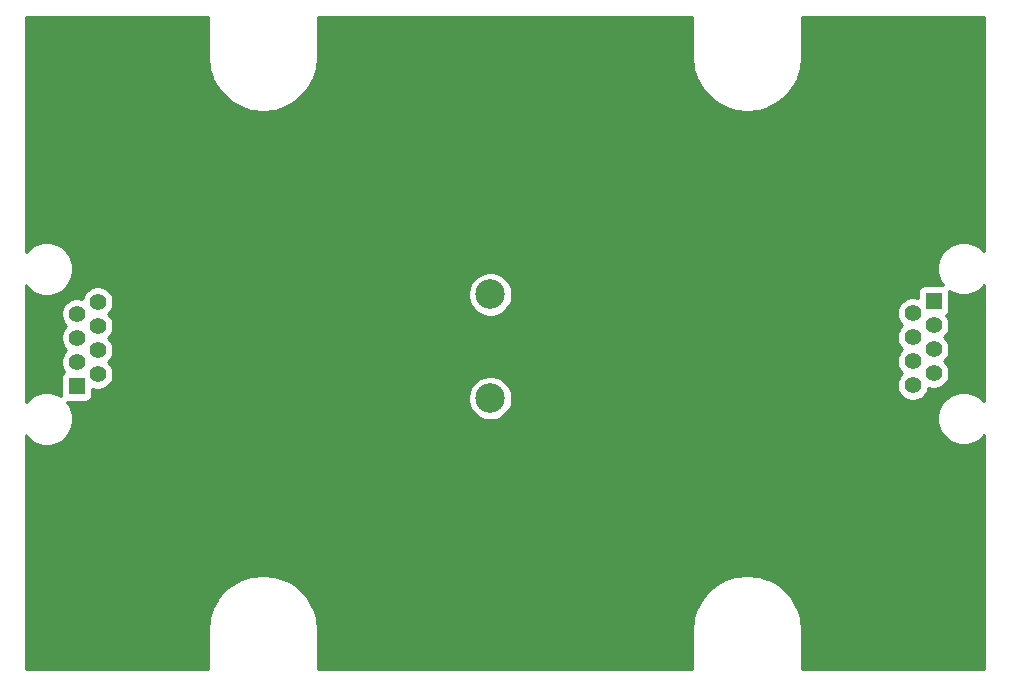
<source format=gbl>
G04 #@! TF.GenerationSoftware,KiCad,Pcbnew,5.1.5-1.fc31*
G04 #@! TF.CreationDate,2020-04-27T21:51:00+02:00*
G04 #@! TF.ProjectId,vdsl-surge-protection-copy,7664736c-2d73-4757-9267-652d70726f74,rev?*
G04 #@! TF.SameCoordinates,Original*
G04 #@! TF.FileFunction,Copper,L2,Bot*
G04 #@! TF.FilePolarity,Positive*
%FSLAX46Y46*%
G04 Gerber Fmt 4.6, Leading zero omitted, Abs format (unit mm)*
G04 Created by KiCad (PCBNEW 5.1.5-1.fc31) date 2020-04-27 21:51:00*
%MOMM*%
%LPD*%
G04 APERTURE LIST*
%ADD10C,1.398000*%
%ADD11C,2.355000*%
%ADD12R,1.398000X1.398000*%
%ADD13C,2.500000*%
%ADD14R,2.999740X2.999740*%
%ADD15C,2.999740*%
%ADD16C,0.800000*%
%ADD17C,7.400000*%
%ADD18C,0.600000*%
%ADD19C,0.250000*%
%ADD20C,0.254000*%
G04 APERTURE END LIST*
D10*
X51520000Y-91490000D03*
X49740000Y-92510000D03*
X51520000Y-93530000D03*
X49740000Y-94550000D03*
X51520000Y-95570000D03*
X49740000Y-96590000D03*
X51520000Y-97610000D03*
D11*
X50630000Y-103180000D03*
X50630000Y-86920000D03*
D12*
X49740000Y-98630000D03*
D10*
X120510000Y-98560000D03*
X122290000Y-97540000D03*
X120510000Y-96520000D03*
X122290000Y-95500000D03*
X120510000Y-94480000D03*
X122290000Y-93460000D03*
X120510000Y-92440000D03*
D11*
X121400000Y-86870000D03*
X121400000Y-103130000D03*
D12*
X122290000Y-91420000D03*
D13*
X84750000Y-95250000D03*
X84750000Y-90850000D03*
X84750000Y-99650000D03*
D14*
X120500000Y-73920000D03*
D15*
X120500000Y-79000000D03*
D16*
X60962221Y-107037779D03*
X59000000Y-106225000D03*
X57037779Y-107037779D03*
X56225000Y-109000000D03*
X57037779Y-110962221D03*
X59000000Y-111775000D03*
X60962221Y-110962221D03*
X61775000Y-109000000D03*
D17*
X59000000Y-109000000D03*
X113000000Y-81000000D03*
D16*
X115775000Y-81000000D03*
X114962221Y-82962221D03*
X113000000Y-83775000D03*
X111037779Y-82962221D03*
X110225000Y-81000000D03*
X111037779Y-79037779D03*
X113000000Y-78225000D03*
X114962221Y-79037779D03*
D17*
X59000000Y-81000000D03*
D16*
X61775000Y-81000000D03*
X60962221Y-82962221D03*
X59000000Y-83775000D03*
X57037779Y-82962221D03*
X56225000Y-81000000D03*
X57037779Y-79037779D03*
X59000000Y-78225000D03*
X60962221Y-79037779D03*
X114962221Y-107037779D03*
X113000000Y-106225000D03*
X111037779Y-107037779D03*
X110225000Y-109000000D03*
X111037779Y-110962221D03*
X113000000Y-111775000D03*
X114962221Y-110962221D03*
X115775000Y-109000000D03*
D17*
X113000000Y-109000000D03*
D16*
X93250000Y-95250000D03*
X93250000Y-94500000D03*
X93250000Y-96000000D03*
D18*
X71000000Y-109000000D02*
X84750000Y-95250000D01*
X59000000Y-109000000D02*
X71000000Y-109000000D01*
X93250000Y-95250000D02*
X84750000Y-95250000D01*
X106250000Y-109000000D02*
X93250000Y-96000000D01*
X113000000Y-109000000D02*
X106250000Y-109000000D01*
X99500000Y-94500000D02*
X113000000Y-81000000D01*
X93250000Y-94500000D02*
X99500000Y-94500000D01*
X115020000Y-78980000D02*
X113000000Y-81000000D01*
X120000000Y-78980000D02*
X115020000Y-78980000D01*
X120000000Y-78980000D02*
X120000000Y-73900000D01*
X59000000Y-109000000D02*
X59000000Y-81000000D01*
D19*
X53080000Y-86920000D02*
X59000000Y-81000000D01*
X50630000Y-86920000D02*
X53080000Y-86920000D01*
X53180000Y-103180000D02*
X59000000Y-109000000D01*
X50630000Y-103180000D02*
X53180000Y-103180000D01*
X118870000Y-103130000D02*
X113000000Y-109000000D01*
X121400000Y-103130000D02*
X118870000Y-103130000D01*
X114856155Y-82856155D02*
X113000000Y-81000000D01*
X121400000Y-86870000D02*
X117386155Y-82856155D01*
X117386155Y-82856155D02*
X114856155Y-82856155D01*
D20*
G36*
X60840001Y-70782419D02*
G01*
X60842988Y-70812744D01*
X60842813Y-70837743D01*
X60843713Y-70846914D01*
X60925315Y-71623302D01*
X60937338Y-71681871D01*
X60948551Y-71740657D01*
X60951215Y-71749479D01*
X61182063Y-72495229D01*
X61205238Y-72550359D01*
X61227652Y-72605838D01*
X61231979Y-72613974D01*
X61603282Y-73300684D01*
X61636727Y-73350268D01*
X61669487Y-73400331D01*
X61675311Y-73407472D01*
X62172924Y-74008983D01*
X62215376Y-74051140D01*
X62257223Y-74093873D01*
X62264318Y-74099741D01*
X62264324Y-74099747D01*
X62264331Y-74099751D01*
X62869294Y-74593148D01*
X62919087Y-74626230D01*
X62968476Y-74660048D01*
X62976583Y-74664430D01*
X63665867Y-75030930D01*
X63721182Y-75053729D01*
X63776154Y-75077290D01*
X63784957Y-75080015D01*
X64532302Y-75305652D01*
X64591011Y-75317277D01*
X64649494Y-75329708D01*
X64658657Y-75330671D01*
X64658659Y-75330671D01*
X65435596Y-75406850D01*
X65464418Y-75406850D01*
X65493077Y-75409964D01*
X65502293Y-75409996D01*
X65530217Y-75409899D01*
X65558905Y-75406985D01*
X65587743Y-75407187D01*
X65596914Y-75406287D01*
X66373302Y-75324685D01*
X66431871Y-75312662D01*
X66490657Y-75301449D01*
X66499479Y-75298785D01*
X67245229Y-75067937D01*
X67300359Y-75044762D01*
X67355838Y-75022348D01*
X67363974Y-75018021D01*
X68050684Y-74646718D01*
X68100268Y-74613273D01*
X68150331Y-74580513D01*
X68157472Y-74574689D01*
X68758983Y-74077076D01*
X68801140Y-74034624D01*
X68843873Y-73992777D01*
X68849741Y-73985682D01*
X68849747Y-73985676D01*
X68849751Y-73985669D01*
X69343148Y-73380706D01*
X69376230Y-73330913D01*
X69410048Y-73281524D01*
X69414430Y-73273417D01*
X69780930Y-72584133D01*
X69803729Y-72528818D01*
X69827290Y-72473846D01*
X69830015Y-72465043D01*
X70055652Y-71717698D01*
X70067277Y-71658989D01*
X70079708Y-71600506D01*
X70080671Y-71591341D01*
X70156850Y-70814404D01*
X70156850Y-70814402D01*
X70160000Y-70782419D01*
X70160000Y-67410000D01*
X101840000Y-67410000D01*
X101840001Y-70782419D01*
X101842988Y-70812744D01*
X101842813Y-70837743D01*
X101843713Y-70846914D01*
X101925315Y-71623302D01*
X101937338Y-71681871D01*
X101948551Y-71740657D01*
X101951215Y-71749479D01*
X102182063Y-72495229D01*
X102205238Y-72550359D01*
X102227652Y-72605838D01*
X102231979Y-72613974D01*
X102603282Y-73300684D01*
X102636727Y-73350268D01*
X102669487Y-73400331D01*
X102675311Y-73407472D01*
X103172924Y-74008983D01*
X103215376Y-74051140D01*
X103257223Y-74093873D01*
X103264318Y-74099741D01*
X103264324Y-74099747D01*
X103264331Y-74099751D01*
X103869294Y-74593148D01*
X103919087Y-74626230D01*
X103968476Y-74660048D01*
X103976583Y-74664430D01*
X104665867Y-75030930D01*
X104721182Y-75053729D01*
X104776154Y-75077290D01*
X104784957Y-75080015D01*
X105532302Y-75305652D01*
X105591011Y-75317277D01*
X105649494Y-75329708D01*
X105658657Y-75330671D01*
X105658659Y-75330671D01*
X106435596Y-75406850D01*
X106464418Y-75406850D01*
X106493077Y-75409964D01*
X106502293Y-75409996D01*
X106530217Y-75409899D01*
X106558905Y-75406985D01*
X106587743Y-75407187D01*
X106596914Y-75406287D01*
X107373302Y-75324685D01*
X107431871Y-75312662D01*
X107490657Y-75301449D01*
X107499479Y-75298785D01*
X108245229Y-75067937D01*
X108300359Y-75044762D01*
X108355838Y-75022348D01*
X108363974Y-75018021D01*
X109050684Y-74646718D01*
X109100268Y-74613273D01*
X109150331Y-74580513D01*
X109157472Y-74574689D01*
X109758983Y-74077076D01*
X109801140Y-74034624D01*
X109843873Y-73992777D01*
X109849741Y-73985682D01*
X109849747Y-73985676D01*
X109849751Y-73985669D01*
X110343148Y-73380706D01*
X110376230Y-73330913D01*
X110410048Y-73281524D01*
X110414430Y-73273417D01*
X110780930Y-72584133D01*
X110803729Y-72528818D01*
X110827290Y-72473846D01*
X110830015Y-72465043D01*
X111055652Y-71717698D01*
X111067277Y-71658989D01*
X111079708Y-71600506D01*
X111080671Y-71591341D01*
X111156850Y-70814404D01*
X111156850Y-70814402D01*
X111160000Y-70782419D01*
X111160000Y-67410000D01*
X126590000Y-67410000D01*
X126590000Y-87216135D01*
X126585456Y-87209334D01*
X126270666Y-86894544D01*
X125900511Y-86647214D01*
X125489218Y-86476851D01*
X125052591Y-86390000D01*
X124607409Y-86390000D01*
X124170782Y-86476851D01*
X123759489Y-86647214D01*
X123389334Y-86894544D01*
X123074544Y-87209334D01*
X122827214Y-87579489D01*
X122656851Y-87990782D01*
X122570000Y-88427409D01*
X122570000Y-88872591D01*
X122656851Y-89309218D01*
X122827214Y-89720511D01*
X123074544Y-90090666D01*
X123075306Y-90091428D01*
X122989000Y-90082928D01*
X121591000Y-90082928D01*
X121466518Y-90095188D01*
X121346820Y-90131498D01*
X121236506Y-90190463D01*
X121139815Y-90269815D01*
X121060463Y-90366506D01*
X121001498Y-90476820D01*
X120965188Y-90596518D01*
X120952928Y-90721000D01*
X120952928Y-91179555D01*
X120899114Y-91157265D01*
X120641388Y-91106000D01*
X120378612Y-91106000D01*
X120120886Y-91157265D01*
X119878114Y-91257824D01*
X119659624Y-91403814D01*
X119473814Y-91589624D01*
X119327824Y-91808114D01*
X119227265Y-92050886D01*
X119176000Y-92308612D01*
X119176000Y-92571388D01*
X119227265Y-92829114D01*
X119327824Y-93071886D01*
X119473814Y-93290376D01*
X119643438Y-93460000D01*
X119473814Y-93629624D01*
X119327824Y-93848114D01*
X119227265Y-94090886D01*
X119176000Y-94348612D01*
X119176000Y-94611388D01*
X119227265Y-94869114D01*
X119327824Y-95111886D01*
X119473814Y-95330376D01*
X119643438Y-95500000D01*
X119473814Y-95669624D01*
X119327824Y-95888114D01*
X119227265Y-96130886D01*
X119176000Y-96388612D01*
X119176000Y-96651388D01*
X119227265Y-96909114D01*
X119327824Y-97151886D01*
X119473814Y-97370376D01*
X119643438Y-97540000D01*
X119473814Y-97709624D01*
X119327824Y-97928114D01*
X119227265Y-98170886D01*
X119176000Y-98428612D01*
X119176000Y-98691388D01*
X119227265Y-98949114D01*
X119327824Y-99191886D01*
X119473814Y-99410376D01*
X119659624Y-99596186D01*
X119878114Y-99742176D01*
X120120886Y-99842735D01*
X120378612Y-99894000D01*
X120641388Y-99894000D01*
X120899114Y-99842735D01*
X121141886Y-99742176D01*
X121360376Y-99596186D01*
X121546186Y-99410376D01*
X121692176Y-99191886D01*
X121792735Y-98949114D01*
X121824192Y-98790968D01*
X121900886Y-98822735D01*
X122158612Y-98874000D01*
X122421388Y-98874000D01*
X122679114Y-98822735D01*
X122921886Y-98722176D01*
X123140376Y-98576186D01*
X123326186Y-98390376D01*
X123472176Y-98171886D01*
X123572735Y-97929114D01*
X123624000Y-97671388D01*
X123624000Y-97408612D01*
X123572735Y-97150886D01*
X123472176Y-96908114D01*
X123326186Y-96689624D01*
X123156562Y-96520000D01*
X123326186Y-96350376D01*
X123472176Y-96131886D01*
X123572735Y-95889114D01*
X123624000Y-95631388D01*
X123624000Y-95368612D01*
X123572735Y-95110886D01*
X123472176Y-94868114D01*
X123326186Y-94649624D01*
X123156562Y-94480000D01*
X123326186Y-94310376D01*
X123472176Y-94091886D01*
X123572735Y-93849114D01*
X123624000Y-93591388D01*
X123624000Y-93328612D01*
X123572735Y-93070886D01*
X123472176Y-92828114D01*
X123349540Y-92644575D01*
X123440185Y-92570185D01*
X123519537Y-92473494D01*
X123578502Y-92363180D01*
X123614812Y-92243482D01*
X123627072Y-92119000D01*
X123627072Y-90721000D01*
X123614812Y-90596518D01*
X123599440Y-90545845D01*
X123759489Y-90652786D01*
X124170782Y-90823149D01*
X124607409Y-90910000D01*
X125052591Y-90910000D01*
X125489218Y-90823149D01*
X125900511Y-90652786D01*
X126270666Y-90405456D01*
X126585456Y-90090666D01*
X126590000Y-90083865D01*
X126590001Y-99916135D01*
X126585456Y-99909334D01*
X126270666Y-99594544D01*
X125900511Y-99347214D01*
X125489218Y-99176851D01*
X125052591Y-99090000D01*
X124607409Y-99090000D01*
X124170782Y-99176851D01*
X123759489Y-99347214D01*
X123389334Y-99594544D01*
X123074544Y-99909334D01*
X122827214Y-100279489D01*
X122656851Y-100690782D01*
X122570000Y-101127409D01*
X122570000Y-101572591D01*
X122656851Y-102009218D01*
X122827214Y-102420511D01*
X123074544Y-102790666D01*
X123389334Y-103105456D01*
X123759489Y-103352786D01*
X124170782Y-103523149D01*
X124607409Y-103610000D01*
X125052591Y-103610000D01*
X125489218Y-103523149D01*
X125900511Y-103352786D01*
X126270666Y-103105456D01*
X126585456Y-102790666D01*
X126590001Y-102783864D01*
X126590001Y-122590000D01*
X111160000Y-122590000D01*
X111160000Y-119217581D01*
X111157012Y-119187247D01*
X111157187Y-119162257D01*
X111156287Y-119153086D01*
X111074685Y-118376699D01*
X111062658Y-118318106D01*
X111051448Y-118259342D01*
X111048785Y-118250520D01*
X110817937Y-117504771D01*
X110794749Y-117449608D01*
X110772347Y-117394162D01*
X110768021Y-117386026D01*
X110396718Y-116699316D01*
X110363279Y-116649741D01*
X110330514Y-116599670D01*
X110324689Y-116592529D01*
X109827076Y-115991017D01*
X109784621Y-115948858D01*
X109742776Y-115906127D01*
X109735676Y-115900253D01*
X109130705Y-115406852D01*
X109080904Y-115373764D01*
X109031524Y-115339953D01*
X109023418Y-115335570D01*
X108334133Y-114969071D01*
X108278839Y-114946280D01*
X108223846Y-114922710D01*
X108215043Y-114919985D01*
X107467698Y-114694348D01*
X107408995Y-114682725D01*
X107350506Y-114670292D01*
X107341342Y-114669329D01*
X106564404Y-114593150D01*
X106535582Y-114593150D01*
X106506922Y-114590036D01*
X106497707Y-114590004D01*
X106469782Y-114590101D01*
X106441095Y-114593014D01*
X106412257Y-114592813D01*
X106403086Y-114593713D01*
X105626699Y-114675315D01*
X105568106Y-114687342D01*
X105509342Y-114698552D01*
X105500520Y-114701215D01*
X104754771Y-114932063D01*
X104699608Y-114955251D01*
X104644162Y-114977653D01*
X104636026Y-114981979D01*
X103949316Y-115353282D01*
X103899741Y-115386721D01*
X103849670Y-115419486D01*
X103842529Y-115425311D01*
X103241017Y-115922924D01*
X103198863Y-115965374D01*
X103156127Y-116007224D01*
X103150253Y-116014324D01*
X102656852Y-116619295D01*
X102623764Y-116669096D01*
X102589953Y-116718476D01*
X102585570Y-116726582D01*
X102219071Y-117415867D01*
X102196280Y-117471161D01*
X102172710Y-117526154D01*
X102169985Y-117534957D01*
X101944348Y-118282302D01*
X101932725Y-118341005D01*
X101920292Y-118399494D01*
X101919329Y-118408658D01*
X101843150Y-119185596D01*
X101843150Y-119185608D01*
X101840001Y-119217581D01*
X101840000Y-122590000D01*
X70160000Y-122590000D01*
X70160000Y-119217581D01*
X70157012Y-119187247D01*
X70157187Y-119162257D01*
X70156287Y-119153086D01*
X70074685Y-118376699D01*
X70062658Y-118318106D01*
X70051448Y-118259342D01*
X70048785Y-118250520D01*
X69817937Y-117504771D01*
X69794749Y-117449608D01*
X69772347Y-117394162D01*
X69768021Y-117386026D01*
X69396718Y-116699316D01*
X69363279Y-116649741D01*
X69330514Y-116599670D01*
X69324689Y-116592529D01*
X68827076Y-115991017D01*
X68784621Y-115948858D01*
X68742776Y-115906127D01*
X68735676Y-115900253D01*
X68130705Y-115406852D01*
X68080904Y-115373764D01*
X68031524Y-115339953D01*
X68023418Y-115335570D01*
X67334133Y-114969071D01*
X67278839Y-114946280D01*
X67223846Y-114922710D01*
X67215043Y-114919985D01*
X66467698Y-114694348D01*
X66408995Y-114682725D01*
X66350506Y-114670292D01*
X66341342Y-114669329D01*
X65564404Y-114593150D01*
X65535582Y-114593150D01*
X65506922Y-114590036D01*
X65497707Y-114590004D01*
X65469782Y-114590101D01*
X65441095Y-114593014D01*
X65412257Y-114592813D01*
X65403086Y-114593713D01*
X64626699Y-114675315D01*
X64568106Y-114687342D01*
X64509342Y-114698552D01*
X64500520Y-114701215D01*
X63754771Y-114932063D01*
X63699608Y-114955251D01*
X63644162Y-114977653D01*
X63636026Y-114981979D01*
X62949316Y-115353282D01*
X62899741Y-115386721D01*
X62849670Y-115419486D01*
X62842529Y-115425311D01*
X62241017Y-115922924D01*
X62198863Y-115965374D01*
X62156127Y-116007224D01*
X62150253Y-116014324D01*
X61656852Y-116619295D01*
X61623764Y-116669096D01*
X61589953Y-116718476D01*
X61585570Y-116726582D01*
X61219071Y-117415867D01*
X61196280Y-117471161D01*
X61172710Y-117526154D01*
X61169985Y-117534957D01*
X60944348Y-118282302D01*
X60932725Y-118341005D01*
X60920292Y-118399494D01*
X60919329Y-118408658D01*
X60843150Y-119185596D01*
X60843150Y-119185608D01*
X60840001Y-119217581D01*
X60840000Y-122590000D01*
X45410000Y-122590000D01*
X45410000Y-102788967D01*
X45444544Y-102840666D01*
X45759334Y-103155456D01*
X46129489Y-103402786D01*
X46540782Y-103573149D01*
X46977409Y-103660000D01*
X47422591Y-103660000D01*
X47859218Y-103573149D01*
X48270511Y-103402786D01*
X48640666Y-103155456D01*
X48955456Y-102840666D01*
X49202786Y-102470511D01*
X49373149Y-102059218D01*
X49460000Y-101622591D01*
X49460000Y-101177409D01*
X49373149Y-100740782D01*
X49202786Y-100329489D01*
X48955456Y-99959334D01*
X48954694Y-99958572D01*
X49041000Y-99967072D01*
X50439000Y-99967072D01*
X50563482Y-99954812D01*
X50683180Y-99918502D01*
X50793494Y-99859537D01*
X50890185Y-99780185D01*
X50969537Y-99683494D01*
X51028502Y-99573180D01*
X51061517Y-99464344D01*
X82865000Y-99464344D01*
X82865000Y-99835656D01*
X82937439Y-100199834D01*
X83079534Y-100542882D01*
X83285825Y-100851618D01*
X83548382Y-101114175D01*
X83857118Y-101320466D01*
X84200166Y-101462561D01*
X84564344Y-101535000D01*
X84935656Y-101535000D01*
X85299834Y-101462561D01*
X85642882Y-101320466D01*
X85951618Y-101114175D01*
X86214175Y-100851618D01*
X86420466Y-100542882D01*
X86562561Y-100199834D01*
X86635000Y-99835656D01*
X86635000Y-99464344D01*
X86562561Y-99100166D01*
X86420466Y-98757118D01*
X86214175Y-98448382D01*
X85951618Y-98185825D01*
X85642882Y-97979534D01*
X85299834Y-97837439D01*
X84935656Y-97765000D01*
X84564344Y-97765000D01*
X84200166Y-97837439D01*
X83857118Y-97979534D01*
X83548382Y-98185825D01*
X83285825Y-98448382D01*
X83079534Y-98757118D01*
X82937439Y-99100166D01*
X82865000Y-99464344D01*
X51061517Y-99464344D01*
X51064812Y-99453482D01*
X51077072Y-99329000D01*
X51077072Y-98870445D01*
X51130886Y-98892735D01*
X51388612Y-98944000D01*
X51651388Y-98944000D01*
X51909114Y-98892735D01*
X52151886Y-98792176D01*
X52370376Y-98646186D01*
X52556186Y-98460376D01*
X52702176Y-98241886D01*
X52802735Y-97999114D01*
X52854000Y-97741388D01*
X52854000Y-97478612D01*
X52802735Y-97220886D01*
X52702176Y-96978114D01*
X52556186Y-96759624D01*
X52386562Y-96590000D01*
X52556186Y-96420376D01*
X52702176Y-96201886D01*
X52802735Y-95959114D01*
X52854000Y-95701388D01*
X52854000Y-95438612D01*
X52802735Y-95180886D01*
X52702176Y-94938114D01*
X52556186Y-94719624D01*
X52386562Y-94550000D01*
X52556186Y-94380376D01*
X52702176Y-94161886D01*
X52802735Y-93919114D01*
X52854000Y-93661388D01*
X52854000Y-93398612D01*
X52802735Y-93140886D01*
X52702176Y-92898114D01*
X52556186Y-92679624D01*
X52386562Y-92510000D01*
X52556186Y-92340376D01*
X52702176Y-92121886D01*
X52802735Y-91879114D01*
X52854000Y-91621388D01*
X52854000Y-91358612D01*
X52802735Y-91100886D01*
X52702176Y-90858114D01*
X52572704Y-90664344D01*
X82865000Y-90664344D01*
X82865000Y-91035656D01*
X82937439Y-91399834D01*
X83079534Y-91742882D01*
X83285825Y-92051618D01*
X83548382Y-92314175D01*
X83857118Y-92520466D01*
X84200166Y-92662561D01*
X84564344Y-92735000D01*
X84935656Y-92735000D01*
X85299834Y-92662561D01*
X85642882Y-92520466D01*
X85951618Y-92314175D01*
X86214175Y-92051618D01*
X86420466Y-91742882D01*
X86562561Y-91399834D01*
X86635000Y-91035656D01*
X86635000Y-90664344D01*
X86562561Y-90300166D01*
X86420466Y-89957118D01*
X86214175Y-89648382D01*
X85951618Y-89385825D01*
X85642882Y-89179534D01*
X85299834Y-89037439D01*
X84935656Y-88965000D01*
X84564344Y-88965000D01*
X84200166Y-89037439D01*
X83857118Y-89179534D01*
X83548382Y-89385825D01*
X83285825Y-89648382D01*
X83079534Y-89957118D01*
X82937439Y-90300166D01*
X82865000Y-90664344D01*
X52572704Y-90664344D01*
X52556186Y-90639624D01*
X52370376Y-90453814D01*
X52151886Y-90307824D01*
X51909114Y-90207265D01*
X51651388Y-90156000D01*
X51388612Y-90156000D01*
X51130886Y-90207265D01*
X50888114Y-90307824D01*
X50669624Y-90453814D01*
X50483814Y-90639624D01*
X50337824Y-90858114D01*
X50237265Y-91100886D01*
X50205808Y-91259032D01*
X50129114Y-91227265D01*
X49871388Y-91176000D01*
X49608612Y-91176000D01*
X49350886Y-91227265D01*
X49108114Y-91327824D01*
X48889624Y-91473814D01*
X48703814Y-91659624D01*
X48557824Y-91878114D01*
X48457265Y-92120886D01*
X48406000Y-92378612D01*
X48406000Y-92641388D01*
X48457265Y-92899114D01*
X48557824Y-93141886D01*
X48703814Y-93360376D01*
X48873438Y-93530000D01*
X48703814Y-93699624D01*
X48557824Y-93918114D01*
X48457265Y-94160886D01*
X48406000Y-94418612D01*
X48406000Y-94681388D01*
X48457265Y-94939114D01*
X48557824Y-95181886D01*
X48703814Y-95400376D01*
X48873438Y-95570000D01*
X48703814Y-95739624D01*
X48557824Y-95958114D01*
X48457265Y-96200886D01*
X48406000Y-96458612D01*
X48406000Y-96721388D01*
X48457265Y-96979114D01*
X48557824Y-97221886D01*
X48680460Y-97405425D01*
X48589815Y-97479815D01*
X48510463Y-97576506D01*
X48451498Y-97686820D01*
X48415188Y-97806518D01*
X48402928Y-97931000D01*
X48402928Y-99329000D01*
X48415188Y-99453482D01*
X48430560Y-99504155D01*
X48270511Y-99397214D01*
X47859218Y-99226851D01*
X47422591Y-99140000D01*
X46977409Y-99140000D01*
X46540782Y-99226851D01*
X46129489Y-99397214D01*
X45759334Y-99644544D01*
X45444544Y-99959334D01*
X45410000Y-100011033D01*
X45410000Y-90088967D01*
X45444544Y-90140666D01*
X45759334Y-90455456D01*
X46129489Y-90702786D01*
X46540782Y-90873149D01*
X46977409Y-90960000D01*
X47422591Y-90960000D01*
X47859218Y-90873149D01*
X48270511Y-90702786D01*
X48640666Y-90455456D01*
X48955456Y-90140666D01*
X49202786Y-89770511D01*
X49373149Y-89359218D01*
X49460000Y-88922591D01*
X49460000Y-88477409D01*
X49373149Y-88040782D01*
X49202786Y-87629489D01*
X48955456Y-87259334D01*
X48640666Y-86944544D01*
X48270511Y-86697214D01*
X47859218Y-86526851D01*
X47422591Y-86440000D01*
X46977409Y-86440000D01*
X46540782Y-86526851D01*
X46129489Y-86697214D01*
X45759334Y-86944544D01*
X45444544Y-87259334D01*
X45410000Y-87311033D01*
X45410000Y-67410000D01*
X60840000Y-67410000D01*
X60840001Y-70782419D01*
G37*
X60840001Y-70782419D02*
X60842988Y-70812744D01*
X60842813Y-70837743D01*
X60843713Y-70846914D01*
X60925315Y-71623302D01*
X60937338Y-71681871D01*
X60948551Y-71740657D01*
X60951215Y-71749479D01*
X61182063Y-72495229D01*
X61205238Y-72550359D01*
X61227652Y-72605838D01*
X61231979Y-72613974D01*
X61603282Y-73300684D01*
X61636727Y-73350268D01*
X61669487Y-73400331D01*
X61675311Y-73407472D01*
X62172924Y-74008983D01*
X62215376Y-74051140D01*
X62257223Y-74093873D01*
X62264318Y-74099741D01*
X62264324Y-74099747D01*
X62264331Y-74099751D01*
X62869294Y-74593148D01*
X62919087Y-74626230D01*
X62968476Y-74660048D01*
X62976583Y-74664430D01*
X63665867Y-75030930D01*
X63721182Y-75053729D01*
X63776154Y-75077290D01*
X63784957Y-75080015D01*
X64532302Y-75305652D01*
X64591011Y-75317277D01*
X64649494Y-75329708D01*
X64658657Y-75330671D01*
X64658659Y-75330671D01*
X65435596Y-75406850D01*
X65464418Y-75406850D01*
X65493077Y-75409964D01*
X65502293Y-75409996D01*
X65530217Y-75409899D01*
X65558905Y-75406985D01*
X65587743Y-75407187D01*
X65596914Y-75406287D01*
X66373302Y-75324685D01*
X66431871Y-75312662D01*
X66490657Y-75301449D01*
X66499479Y-75298785D01*
X67245229Y-75067937D01*
X67300359Y-75044762D01*
X67355838Y-75022348D01*
X67363974Y-75018021D01*
X68050684Y-74646718D01*
X68100268Y-74613273D01*
X68150331Y-74580513D01*
X68157472Y-74574689D01*
X68758983Y-74077076D01*
X68801140Y-74034624D01*
X68843873Y-73992777D01*
X68849741Y-73985682D01*
X68849747Y-73985676D01*
X68849751Y-73985669D01*
X69343148Y-73380706D01*
X69376230Y-73330913D01*
X69410048Y-73281524D01*
X69414430Y-73273417D01*
X69780930Y-72584133D01*
X69803729Y-72528818D01*
X69827290Y-72473846D01*
X69830015Y-72465043D01*
X70055652Y-71717698D01*
X70067277Y-71658989D01*
X70079708Y-71600506D01*
X70080671Y-71591341D01*
X70156850Y-70814404D01*
X70156850Y-70814402D01*
X70160000Y-70782419D01*
X70160000Y-67410000D01*
X101840000Y-67410000D01*
X101840001Y-70782419D01*
X101842988Y-70812744D01*
X101842813Y-70837743D01*
X101843713Y-70846914D01*
X101925315Y-71623302D01*
X101937338Y-71681871D01*
X101948551Y-71740657D01*
X101951215Y-71749479D01*
X102182063Y-72495229D01*
X102205238Y-72550359D01*
X102227652Y-72605838D01*
X102231979Y-72613974D01*
X102603282Y-73300684D01*
X102636727Y-73350268D01*
X102669487Y-73400331D01*
X102675311Y-73407472D01*
X103172924Y-74008983D01*
X103215376Y-74051140D01*
X103257223Y-74093873D01*
X103264318Y-74099741D01*
X103264324Y-74099747D01*
X103264331Y-74099751D01*
X103869294Y-74593148D01*
X103919087Y-74626230D01*
X103968476Y-74660048D01*
X103976583Y-74664430D01*
X104665867Y-75030930D01*
X104721182Y-75053729D01*
X104776154Y-75077290D01*
X104784957Y-75080015D01*
X105532302Y-75305652D01*
X105591011Y-75317277D01*
X105649494Y-75329708D01*
X105658657Y-75330671D01*
X105658659Y-75330671D01*
X106435596Y-75406850D01*
X106464418Y-75406850D01*
X106493077Y-75409964D01*
X106502293Y-75409996D01*
X106530217Y-75409899D01*
X106558905Y-75406985D01*
X106587743Y-75407187D01*
X106596914Y-75406287D01*
X107373302Y-75324685D01*
X107431871Y-75312662D01*
X107490657Y-75301449D01*
X107499479Y-75298785D01*
X108245229Y-75067937D01*
X108300359Y-75044762D01*
X108355838Y-75022348D01*
X108363974Y-75018021D01*
X109050684Y-74646718D01*
X109100268Y-74613273D01*
X109150331Y-74580513D01*
X109157472Y-74574689D01*
X109758983Y-74077076D01*
X109801140Y-74034624D01*
X109843873Y-73992777D01*
X109849741Y-73985682D01*
X109849747Y-73985676D01*
X109849751Y-73985669D01*
X110343148Y-73380706D01*
X110376230Y-73330913D01*
X110410048Y-73281524D01*
X110414430Y-73273417D01*
X110780930Y-72584133D01*
X110803729Y-72528818D01*
X110827290Y-72473846D01*
X110830015Y-72465043D01*
X111055652Y-71717698D01*
X111067277Y-71658989D01*
X111079708Y-71600506D01*
X111080671Y-71591341D01*
X111156850Y-70814404D01*
X111156850Y-70814402D01*
X111160000Y-70782419D01*
X111160000Y-67410000D01*
X126590000Y-67410000D01*
X126590000Y-87216135D01*
X126585456Y-87209334D01*
X126270666Y-86894544D01*
X125900511Y-86647214D01*
X125489218Y-86476851D01*
X125052591Y-86390000D01*
X124607409Y-86390000D01*
X124170782Y-86476851D01*
X123759489Y-86647214D01*
X123389334Y-86894544D01*
X123074544Y-87209334D01*
X122827214Y-87579489D01*
X122656851Y-87990782D01*
X122570000Y-88427409D01*
X122570000Y-88872591D01*
X122656851Y-89309218D01*
X122827214Y-89720511D01*
X123074544Y-90090666D01*
X123075306Y-90091428D01*
X122989000Y-90082928D01*
X121591000Y-90082928D01*
X121466518Y-90095188D01*
X121346820Y-90131498D01*
X121236506Y-90190463D01*
X121139815Y-90269815D01*
X121060463Y-90366506D01*
X121001498Y-90476820D01*
X120965188Y-90596518D01*
X120952928Y-90721000D01*
X120952928Y-91179555D01*
X120899114Y-91157265D01*
X120641388Y-91106000D01*
X120378612Y-91106000D01*
X120120886Y-91157265D01*
X119878114Y-91257824D01*
X119659624Y-91403814D01*
X119473814Y-91589624D01*
X119327824Y-91808114D01*
X119227265Y-92050886D01*
X119176000Y-92308612D01*
X119176000Y-92571388D01*
X119227265Y-92829114D01*
X119327824Y-93071886D01*
X119473814Y-93290376D01*
X119643438Y-93460000D01*
X119473814Y-93629624D01*
X119327824Y-93848114D01*
X119227265Y-94090886D01*
X119176000Y-94348612D01*
X119176000Y-94611388D01*
X119227265Y-94869114D01*
X119327824Y-95111886D01*
X119473814Y-95330376D01*
X119643438Y-95500000D01*
X119473814Y-95669624D01*
X119327824Y-95888114D01*
X119227265Y-96130886D01*
X119176000Y-96388612D01*
X119176000Y-96651388D01*
X119227265Y-96909114D01*
X119327824Y-97151886D01*
X119473814Y-97370376D01*
X119643438Y-97540000D01*
X119473814Y-97709624D01*
X119327824Y-97928114D01*
X119227265Y-98170886D01*
X119176000Y-98428612D01*
X119176000Y-98691388D01*
X119227265Y-98949114D01*
X119327824Y-99191886D01*
X119473814Y-99410376D01*
X119659624Y-99596186D01*
X119878114Y-99742176D01*
X120120886Y-99842735D01*
X120378612Y-99894000D01*
X120641388Y-99894000D01*
X120899114Y-99842735D01*
X121141886Y-99742176D01*
X121360376Y-99596186D01*
X121546186Y-99410376D01*
X121692176Y-99191886D01*
X121792735Y-98949114D01*
X121824192Y-98790968D01*
X121900886Y-98822735D01*
X122158612Y-98874000D01*
X122421388Y-98874000D01*
X122679114Y-98822735D01*
X122921886Y-98722176D01*
X123140376Y-98576186D01*
X123326186Y-98390376D01*
X123472176Y-98171886D01*
X123572735Y-97929114D01*
X123624000Y-97671388D01*
X123624000Y-97408612D01*
X123572735Y-97150886D01*
X123472176Y-96908114D01*
X123326186Y-96689624D01*
X123156562Y-96520000D01*
X123326186Y-96350376D01*
X123472176Y-96131886D01*
X123572735Y-95889114D01*
X123624000Y-95631388D01*
X123624000Y-95368612D01*
X123572735Y-95110886D01*
X123472176Y-94868114D01*
X123326186Y-94649624D01*
X123156562Y-94480000D01*
X123326186Y-94310376D01*
X123472176Y-94091886D01*
X123572735Y-93849114D01*
X123624000Y-93591388D01*
X123624000Y-93328612D01*
X123572735Y-93070886D01*
X123472176Y-92828114D01*
X123349540Y-92644575D01*
X123440185Y-92570185D01*
X123519537Y-92473494D01*
X123578502Y-92363180D01*
X123614812Y-92243482D01*
X123627072Y-92119000D01*
X123627072Y-90721000D01*
X123614812Y-90596518D01*
X123599440Y-90545845D01*
X123759489Y-90652786D01*
X124170782Y-90823149D01*
X124607409Y-90910000D01*
X125052591Y-90910000D01*
X125489218Y-90823149D01*
X125900511Y-90652786D01*
X126270666Y-90405456D01*
X126585456Y-90090666D01*
X126590000Y-90083865D01*
X126590001Y-99916135D01*
X126585456Y-99909334D01*
X126270666Y-99594544D01*
X125900511Y-99347214D01*
X125489218Y-99176851D01*
X125052591Y-99090000D01*
X124607409Y-99090000D01*
X124170782Y-99176851D01*
X123759489Y-99347214D01*
X123389334Y-99594544D01*
X123074544Y-99909334D01*
X122827214Y-100279489D01*
X122656851Y-100690782D01*
X122570000Y-101127409D01*
X122570000Y-101572591D01*
X122656851Y-102009218D01*
X122827214Y-102420511D01*
X123074544Y-102790666D01*
X123389334Y-103105456D01*
X123759489Y-103352786D01*
X124170782Y-103523149D01*
X124607409Y-103610000D01*
X125052591Y-103610000D01*
X125489218Y-103523149D01*
X125900511Y-103352786D01*
X126270666Y-103105456D01*
X126585456Y-102790666D01*
X126590001Y-102783864D01*
X126590001Y-122590000D01*
X111160000Y-122590000D01*
X111160000Y-119217581D01*
X111157012Y-119187247D01*
X111157187Y-119162257D01*
X111156287Y-119153086D01*
X111074685Y-118376699D01*
X111062658Y-118318106D01*
X111051448Y-118259342D01*
X111048785Y-118250520D01*
X110817937Y-117504771D01*
X110794749Y-117449608D01*
X110772347Y-117394162D01*
X110768021Y-117386026D01*
X110396718Y-116699316D01*
X110363279Y-116649741D01*
X110330514Y-116599670D01*
X110324689Y-116592529D01*
X109827076Y-115991017D01*
X109784621Y-115948858D01*
X109742776Y-115906127D01*
X109735676Y-115900253D01*
X109130705Y-115406852D01*
X109080904Y-115373764D01*
X109031524Y-115339953D01*
X109023418Y-115335570D01*
X108334133Y-114969071D01*
X108278839Y-114946280D01*
X108223846Y-114922710D01*
X108215043Y-114919985D01*
X107467698Y-114694348D01*
X107408995Y-114682725D01*
X107350506Y-114670292D01*
X107341342Y-114669329D01*
X106564404Y-114593150D01*
X106535582Y-114593150D01*
X106506922Y-114590036D01*
X106497707Y-114590004D01*
X106469782Y-114590101D01*
X106441095Y-114593014D01*
X106412257Y-114592813D01*
X106403086Y-114593713D01*
X105626699Y-114675315D01*
X105568106Y-114687342D01*
X105509342Y-114698552D01*
X105500520Y-114701215D01*
X104754771Y-114932063D01*
X104699608Y-114955251D01*
X104644162Y-114977653D01*
X104636026Y-114981979D01*
X103949316Y-115353282D01*
X103899741Y-115386721D01*
X103849670Y-115419486D01*
X103842529Y-115425311D01*
X103241017Y-115922924D01*
X103198863Y-115965374D01*
X103156127Y-116007224D01*
X103150253Y-116014324D01*
X102656852Y-116619295D01*
X102623764Y-116669096D01*
X102589953Y-116718476D01*
X102585570Y-116726582D01*
X102219071Y-117415867D01*
X102196280Y-117471161D01*
X102172710Y-117526154D01*
X102169985Y-117534957D01*
X101944348Y-118282302D01*
X101932725Y-118341005D01*
X101920292Y-118399494D01*
X101919329Y-118408658D01*
X101843150Y-119185596D01*
X101843150Y-119185608D01*
X101840001Y-119217581D01*
X101840000Y-122590000D01*
X70160000Y-122590000D01*
X70160000Y-119217581D01*
X70157012Y-119187247D01*
X70157187Y-119162257D01*
X70156287Y-119153086D01*
X70074685Y-118376699D01*
X70062658Y-118318106D01*
X70051448Y-118259342D01*
X70048785Y-118250520D01*
X69817937Y-117504771D01*
X69794749Y-117449608D01*
X69772347Y-117394162D01*
X69768021Y-117386026D01*
X69396718Y-116699316D01*
X69363279Y-116649741D01*
X69330514Y-116599670D01*
X69324689Y-116592529D01*
X68827076Y-115991017D01*
X68784621Y-115948858D01*
X68742776Y-115906127D01*
X68735676Y-115900253D01*
X68130705Y-115406852D01*
X68080904Y-115373764D01*
X68031524Y-115339953D01*
X68023418Y-115335570D01*
X67334133Y-114969071D01*
X67278839Y-114946280D01*
X67223846Y-114922710D01*
X67215043Y-114919985D01*
X66467698Y-114694348D01*
X66408995Y-114682725D01*
X66350506Y-114670292D01*
X66341342Y-114669329D01*
X65564404Y-114593150D01*
X65535582Y-114593150D01*
X65506922Y-114590036D01*
X65497707Y-114590004D01*
X65469782Y-114590101D01*
X65441095Y-114593014D01*
X65412257Y-114592813D01*
X65403086Y-114593713D01*
X64626699Y-114675315D01*
X64568106Y-114687342D01*
X64509342Y-114698552D01*
X64500520Y-114701215D01*
X63754771Y-114932063D01*
X63699608Y-114955251D01*
X63644162Y-114977653D01*
X63636026Y-114981979D01*
X62949316Y-115353282D01*
X62899741Y-115386721D01*
X62849670Y-115419486D01*
X62842529Y-115425311D01*
X62241017Y-115922924D01*
X62198863Y-115965374D01*
X62156127Y-116007224D01*
X62150253Y-116014324D01*
X61656852Y-116619295D01*
X61623764Y-116669096D01*
X61589953Y-116718476D01*
X61585570Y-116726582D01*
X61219071Y-117415867D01*
X61196280Y-117471161D01*
X61172710Y-117526154D01*
X61169985Y-117534957D01*
X60944348Y-118282302D01*
X60932725Y-118341005D01*
X60920292Y-118399494D01*
X60919329Y-118408658D01*
X60843150Y-119185596D01*
X60843150Y-119185608D01*
X60840001Y-119217581D01*
X60840000Y-122590000D01*
X45410000Y-122590000D01*
X45410000Y-102788967D01*
X45444544Y-102840666D01*
X45759334Y-103155456D01*
X46129489Y-103402786D01*
X46540782Y-103573149D01*
X46977409Y-103660000D01*
X47422591Y-103660000D01*
X47859218Y-103573149D01*
X48270511Y-103402786D01*
X48640666Y-103155456D01*
X48955456Y-102840666D01*
X49202786Y-102470511D01*
X49373149Y-102059218D01*
X49460000Y-101622591D01*
X49460000Y-101177409D01*
X49373149Y-100740782D01*
X49202786Y-100329489D01*
X48955456Y-99959334D01*
X48954694Y-99958572D01*
X49041000Y-99967072D01*
X50439000Y-99967072D01*
X50563482Y-99954812D01*
X50683180Y-99918502D01*
X50793494Y-99859537D01*
X50890185Y-99780185D01*
X50969537Y-99683494D01*
X51028502Y-99573180D01*
X51061517Y-99464344D01*
X82865000Y-99464344D01*
X82865000Y-99835656D01*
X82937439Y-100199834D01*
X83079534Y-100542882D01*
X83285825Y-100851618D01*
X83548382Y-101114175D01*
X83857118Y-101320466D01*
X84200166Y-101462561D01*
X84564344Y-101535000D01*
X84935656Y-101535000D01*
X85299834Y-101462561D01*
X85642882Y-101320466D01*
X85951618Y-101114175D01*
X86214175Y-100851618D01*
X86420466Y-100542882D01*
X86562561Y-100199834D01*
X86635000Y-99835656D01*
X86635000Y-99464344D01*
X86562561Y-99100166D01*
X86420466Y-98757118D01*
X86214175Y-98448382D01*
X85951618Y-98185825D01*
X85642882Y-97979534D01*
X85299834Y-97837439D01*
X84935656Y-97765000D01*
X84564344Y-97765000D01*
X84200166Y-97837439D01*
X83857118Y-97979534D01*
X83548382Y-98185825D01*
X83285825Y-98448382D01*
X83079534Y-98757118D01*
X82937439Y-99100166D01*
X82865000Y-99464344D01*
X51061517Y-99464344D01*
X51064812Y-99453482D01*
X51077072Y-99329000D01*
X51077072Y-98870445D01*
X51130886Y-98892735D01*
X51388612Y-98944000D01*
X51651388Y-98944000D01*
X51909114Y-98892735D01*
X52151886Y-98792176D01*
X52370376Y-98646186D01*
X52556186Y-98460376D01*
X52702176Y-98241886D01*
X52802735Y-97999114D01*
X52854000Y-97741388D01*
X52854000Y-97478612D01*
X52802735Y-97220886D01*
X52702176Y-96978114D01*
X52556186Y-96759624D01*
X52386562Y-96590000D01*
X52556186Y-96420376D01*
X52702176Y-96201886D01*
X52802735Y-95959114D01*
X52854000Y-95701388D01*
X52854000Y-95438612D01*
X52802735Y-95180886D01*
X52702176Y-94938114D01*
X52556186Y-94719624D01*
X52386562Y-94550000D01*
X52556186Y-94380376D01*
X52702176Y-94161886D01*
X52802735Y-93919114D01*
X52854000Y-93661388D01*
X52854000Y-93398612D01*
X52802735Y-93140886D01*
X52702176Y-92898114D01*
X52556186Y-92679624D01*
X52386562Y-92510000D01*
X52556186Y-92340376D01*
X52702176Y-92121886D01*
X52802735Y-91879114D01*
X52854000Y-91621388D01*
X52854000Y-91358612D01*
X52802735Y-91100886D01*
X52702176Y-90858114D01*
X52572704Y-90664344D01*
X82865000Y-90664344D01*
X82865000Y-91035656D01*
X82937439Y-91399834D01*
X83079534Y-91742882D01*
X83285825Y-92051618D01*
X83548382Y-92314175D01*
X83857118Y-92520466D01*
X84200166Y-92662561D01*
X84564344Y-92735000D01*
X84935656Y-92735000D01*
X85299834Y-92662561D01*
X85642882Y-92520466D01*
X85951618Y-92314175D01*
X86214175Y-92051618D01*
X86420466Y-91742882D01*
X86562561Y-91399834D01*
X86635000Y-91035656D01*
X86635000Y-90664344D01*
X86562561Y-90300166D01*
X86420466Y-89957118D01*
X86214175Y-89648382D01*
X85951618Y-89385825D01*
X85642882Y-89179534D01*
X85299834Y-89037439D01*
X84935656Y-88965000D01*
X84564344Y-88965000D01*
X84200166Y-89037439D01*
X83857118Y-89179534D01*
X83548382Y-89385825D01*
X83285825Y-89648382D01*
X83079534Y-89957118D01*
X82937439Y-90300166D01*
X82865000Y-90664344D01*
X52572704Y-90664344D01*
X52556186Y-90639624D01*
X52370376Y-90453814D01*
X52151886Y-90307824D01*
X51909114Y-90207265D01*
X51651388Y-90156000D01*
X51388612Y-90156000D01*
X51130886Y-90207265D01*
X50888114Y-90307824D01*
X50669624Y-90453814D01*
X50483814Y-90639624D01*
X50337824Y-90858114D01*
X50237265Y-91100886D01*
X50205808Y-91259032D01*
X50129114Y-91227265D01*
X49871388Y-91176000D01*
X49608612Y-91176000D01*
X49350886Y-91227265D01*
X49108114Y-91327824D01*
X48889624Y-91473814D01*
X48703814Y-91659624D01*
X48557824Y-91878114D01*
X48457265Y-92120886D01*
X48406000Y-92378612D01*
X48406000Y-92641388D01*
X48457265Y-92899114D01*
X48557824Y-93141886D01*
X48703814Y-93360376D01*
X48873438Y-93530000D01*
X48703814Y-93699624D01*
X48557824Y-93918114D01*
X48457265Y-94160886D01*
X48406000Y-94418612D01*
X48406000Y-94681388D01*
X48457265Y-94939114D01*
X48557824Y-95181886D01*
X48703814Y-95400376D01*
X48873438Y-95570000D01*
X48703814Y-95739624D01*
X48557824Y-95958114D01*
X48457265Y-96200886D01*
X48406000Y-96458612D01*
X48406000Y-96721388D01*
X48457265Y-96979114D01*
X48557824Y-97221886D01*
X48680460Y-97405425D01*
X48589815Y-97479815D01*
X48510463Y-97576506D01*
X48451498Y-97686820D01*
X48415188Y-97806518D01*
X48402928Y-97931000D01*
X48402928Y-99329000D01*
X48415188Y-99453482D01*
X48430560Y-99504155D01*
X48270511Y-99397214D01*
X47859218Y-99226851D01*
X47422591Y-99140000D01*
X46977409Y-99140000D01*
X46540782Y-99226851D01*
X46129489Y-99397214D01*
X45759334Y-99644544D01*
X45444544Y-99959334D01*
X45410000Y-100011033D01*
X45410000Y-90088967D01*
X45444544Y-90140666D01*
X45759334Y-90455456D01*
X46129489Y-90702786D01*
X46540782Y-90873149D01*
X46977409Y-90960000D01*
X47422591Y-90960000D01*
X47859218Y-90873149D01*
X48270511Y-90702786D01*
X48640666Y-90455456D01*
X48955456Y-90140666D01*
X49202786Y-89770511D01*
X49373149Y-89359218D01*
X49460000Y-88922591D01*
X49460000Y-88477409D01*
X49373149Y-88040782D01*
X49202786Y-87629489D01*
X48955456Y-87259334D01*
X48640666Y-86944544D01*
X48270511Y-86697214D01*
X47859218Y-86526851D01*
X47422591Y-86440000D01*
X46977409Y-86440000D01*
X46540782Y-86526851D01*
X46129489Y-86697214D01*
X45759334Y-86944544D01*
X45444544Y-87259334D01*
X45410000Y-87311033D01*
X45410000Y-67410000D01*
X60840000Y-67410000D01*
X60840001Y-70782419D01*
M02*

</source>
